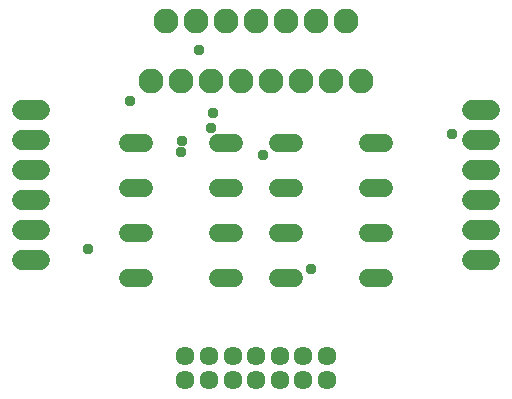
<source format=gbr>
G04 EAGLE Gerber RS-274X export*
G75*
%MOMM*%
%FSLAX34Y34*%
%LPD*%
%INSoldermask Top*%
%IPPOS*%
%AMOC8*
5,1,8,0,0,1.08239X$1,22.5*%
G01*
%ADD10C,1.524000*%
%ADD11C,2.103200*%
%ADD12C,1.711200*%
%ADD13C,1.611200*%
%ADD14C,0.959600*%


D10*
X298196Y584200D02*
X311404Y584200D01*
X374396Y584200D02*
X387604Y584200D01*
X311404Y546100D02*
X298196Y546100D01*
X374396Y546100D02*
X387604Y546100D01*
X184404Y584200D02*
X171196Y584200D01*
X247396Y584200D02*
X260604Y584200D01*
X184404Y546100D02*
X171196Y546100D01*
X247396Y546100D02*
X260604Y546100D01*
X298196Y508000D02*
X311404Y508000D01*
X374396Y508000D02*
X387604Y508000D01*
X311404Y469900D02*
X298196Y469900D01*
X374396Y469900D02*
X387604Y469900D01*
X184404Y508000D02*
X171196Y508000D01*
X247396Y508000D02*
X260604Y508000D01*
X184404Y469900D02*
X171196Y469900D01*
X247396Y469900D02*
X260604Y469900D01*
D11*
X202600Y687300D03*
X228000Y687300D03*
X253400Y687300D03*
X278800Y687300D03*
X304200Y687300D03*
X329600Y687300D03*
X355000Y687300D03*
X189900Y636500D03*
X215300Y636500D03*
X240700Y636500D03*
X266100Y636500D03*
X291500Y636500D03*
X316900Y636500D03*
X342300Y636500D03*
X367700Y636500D03*
D12*
X96440Y611900D02*
X81360Y611900D01*
X81360Y586500D02*
X96440Y586500D01*
X96440Y561100D02*
X81360Y561100D01*
X81360Y535700D02*
X96440Y535700D01*
X96440Y510300D02*
X81360Y510300D01*
X81360Y484900D02*
X96440Y484900D01*
X462360Y484900D02*
X477440Y484900D01*
X477440Y510300D02*
X462360Y510300D01*
X462360Y535700D02*
X477440Y535700D01*
X477440Y561100D02*
X462360Y561100D01*
X462360Y586500D02*
X477440Y586500D01*
X477440Y611900D02*
X462360Y611900D01*
D13*
X339400Y403700D03*
X339400Y383700D03*
X319400Y403700D03*
X319400Y383700D03*
X299400Y403700D03*
X299400Y383700D03*
X279400Y403700D03*
X279400Y383700D03*
X259400Y403700D03*
X259400Y383700D03*
X239400Y403700D03*
X239400Y383700D03*
X219400Y403700D03*
X219400Y383700D03*
D14*
X216408Y586232D03*
X230632Y663448D03*
X326136Y477520D03*
X242824Y609600D03*
X215392Y577088D03*
X172720Y619760D03*
X285496Y574040D03*
X445008Y592328D03*
X240792Y597408D03*
X137160Y494792D03*
M02*

</source>
